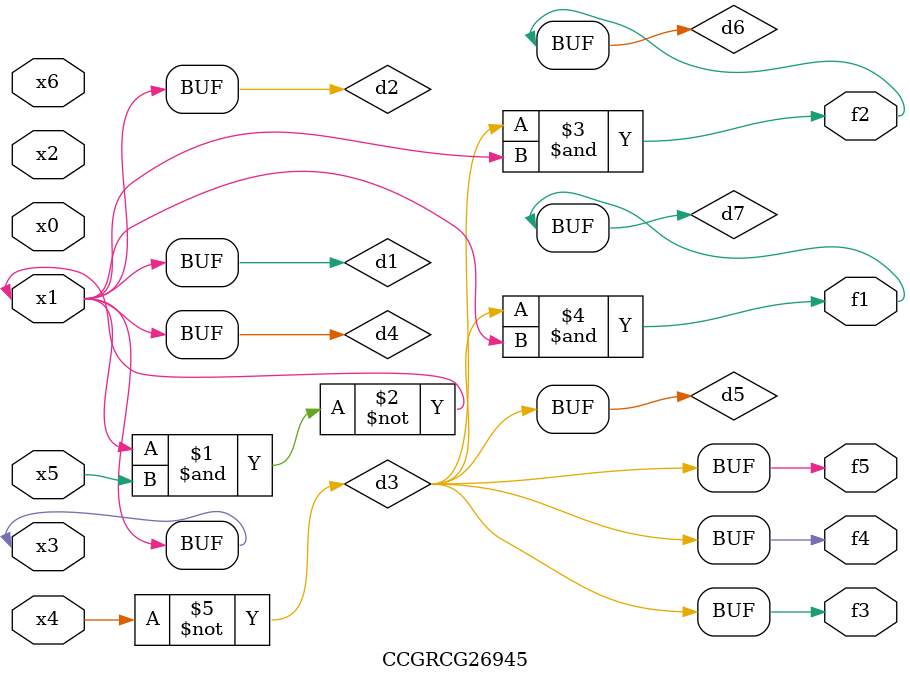
<source format=v>
module CCGRCG26945(
	input x0, x1, x2, x3, x4, x5, x6,
	output f1, f2, f3, f4, f5
);

	wire d1, d2, d3, d4, d5, d6, d7;

	buf (d1, x1, x3);
	nand (d2, x1, x5);
	not (d3, x4);
	buf (d4, d1, d2);
	buf (d5, d3);
	and (d6, d3, d4);
	and (d7, d3, d4);
	assign f1 = d7;
	assign f2 = d6;
	assign f3 = d5;
	assign f4 = d5;
	assign f5 = d5;
endmodule

</source>
